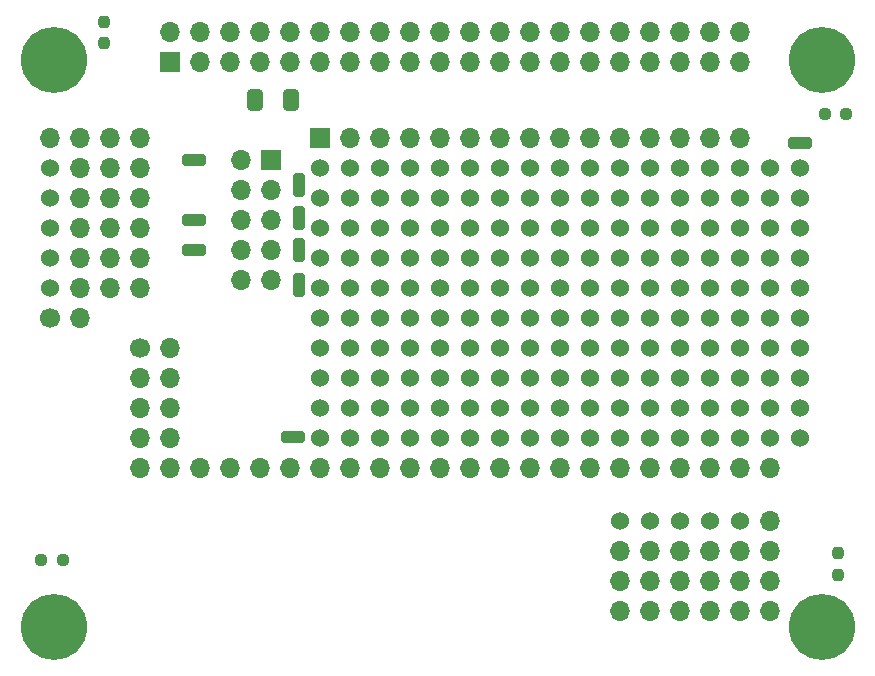
<source format=gts>
G04 #@! TF.GenerationSoftware,KiCad,Pcbnew,7.0.5-4d25ed1034~172~ubuntu22.04.1*
G04 #@! TF.CreationDate,2023-06-04T17:51:52+03:00*
G04 #@! TF.ProjectId,STM32L475daughter,53544d33-324c-4343-9735-646175676874,rev?*
G04 #@! TF.SameCoordinates,Original*
G04 #@! TF.FileFunction,Soldermask,Top*
G04 #@! TF.FilePolarity,Negative*
%FSLAX46Y46*%
G04 Gerber Fmt 4.6, Leading zero omitted, Abs format (unit mm)*
G04 Created by KiCad (PCBNEW 7.0.5-4d25ed1034~172~ubuntu22.04.1) date 2023-06-04 17:51:52*
%MOMM*%
%LPD*%
G01*
G04 APERTURE LIST*
G04 Aperture macros list*
%AMRoundRect*
0 Rectangle with rounded corners*
0 $1 Rounding radius*
0 $2 $3 $4 $5 $6 $7 $8 $9 X,Y pos of 4 corners*
0 Add a 4 corners polygon primitive as box body*
4,1,4,$2,$3,$4,$5,$6,$7,$8,$9,$2,$3,0*
0 Add four circle primitives for the rounded corners*
1,1,$1+$1,$2,$3*
1,1,$1+$1,$4,$5*
1,1,$1+$1,$6,$7*
1,1,$1+$1,$8,$9*
0 Add four rect primitives between the rounded corners*
20,1,$1+$1,$2,$3,$4,$5,0*
20,1,$1+$1,$4,$5,$6,$7,0*
20,1,$1+$1,$6,$7,$8,$9,0*
20,1,$1+$1,$8,$9,$2,$3,0*%
G04 Aperture macros list end*
%ADD10RoundRect,0.250000X0.750000X-0.250000X0.750000X0.250000X-0.750000X0.250000X-0.750000X-0.250000X0*%
%ADD11C,1.700000*%
%ADD12O,1.700000X1.700000*%
%ADD13C,1.524000*%
%ADD14RoundRect,0.250000X0.250000X0.750000X-0.250000X0.750000X-0.250000X-0.750000X0.250000X-0.750000X0*%
%ADD15RoundRect,0.250000X-0.750000X0.250000X-0.750000X-0.250000X0.750000X-0.250000X0.750000X0.250000X0*%
%ADD16RoundRect,0.250000X-0.412500X-0.650000X0.412500X-0.650000X0.412500X0.650000X-0.412500X0.650000X0*%
%ADD17RoundRect,0.237500X-0.237500X0.250000X-0.237500X-0.250000X0.237500X-0.250000X0.237500X0.250000X0*%
%ADD18RoundRect,0.237500X-0.250000X-0.237500X0.250000X-0.237500X0.250000X0.237500X-0.250000X0.237500X0*%
%ADD19R,1.700000X1.700000*%
%ADD20C,3.600000*%
%ADD21C,5.600000*%
G04 APERTURE END LIST*
D10*
X83160000Y-62455000D03*
D11*
X70970000Y-75815000D03*
D12*
X73510000Y-75815000D03*
D10*
X83200000Y-70025000D03*
X83200000Y-67525000D03*
D13*
X119250000Y-93025000D03*
X121790000Y-93025000D03*
X124330000Y-93025000D03*
X126870000Y-93025000D03*
X129410000Y-93025000D03*
D12*
X131950000Y-93025000D03*
X119250000Y-95565000D03*
X121790000Y-95565000D03*
X124330000Y-95565000D03*
X126870000Y-95565000D03*
X129410000Y-95565000D03*
X131950000Y-95565000D03*
X119250000Y-98105000D03*
X121790000Y-98105000D03*
X124330000Y-98105000D03*
X126870000Y-98105000D03*
X129410000Y-98105000D03*
X131950000Y-98105000D03*
X119250000Y-100645000D03*
X121790000Y-100645000D03*
X124330000Y-100645000D03*
X126870000Y-100645000D03*
X129410000Y-100645000D03*
X131950000Y-100645000D03*
D14*
X92075000Y-73025000D03*
X92050000Y-70075000D03*
X92050000Y-67325000D03*
X92050000Y-64575000D03*
D13*
X70970000Y-73275000D03*
X70970000Y-70735000D03*
X70970000Y-68195000D03*
X70970000Y-65655000D03*
X70970000Y-63115000D03*
D12*
X70970000Y-60575000D03*
X73510000Y-73275000D03*
X73510000Y-70735000D03*
X73510000Y-68195000D03*
X73510000Y-65655000D03*
X73510000Y-63115000D03*
X73510000Y-60575000D03*
X76050000Y-73275000D03*
X76050000Y-70735000D03*
X76050000Y-68195000D03*
X76050000Y-65655000D03*
X76050000Y-63115000D03*
X76050000Y-60575000D03*
X78590000Y-73275000D03*
X78590000Y-70735000D03*
X78590000Y-68195000D03*
X78590000Y-65655000D03*
X78590000Y-63115000D03*
X78590000Y-60575000D03*
D15*
X134450000Y-61025000D03*
D12*
X83670000Y-88515000D03*
X86210000Y-88515000D03*
X88750000Y-88515000D03*
X91290000Y-88515000D03*
X93830000Y-88515000D03*
X96370000Y-88515000D03*
X98910000Y-88515000D03*
X101450000Y-88515000D03*
X103990000Y-88515000D03*
X106530000Y-88515000D03*
X109070000Y-88515000D03*
X111610000Y-88515000D03*
X114150000Y-88515000D03*
X116690000Y-88515000D03*
X119230000Y-88515000D03*
X121770000Y-88515000D03*
X124310000Y-88515000D03*
X126850000Y-88515000D03*
X129390000Y-88515000D03*
X131930000Y-88515000D03*
D10*
X91500000Y-85925000D03*
D11*
X78590000Y-78355000D03*
D12*
X81130000Y-78355000D03*
X78590000Y-80895000D03*
X81130000Y-80895000D03*
X78590000Y-83435000D03*
X81130000Y-83435000D03*
X78590000Y-85975000D03*
X81130000Y-85975000D03*
X78590000Y-88515000D03*
X81130000Y-88515000D03*
D13*
X131930000Y-85975000D03*
X131930000Y-83435000D03*
X131930000Y-80895000D03*
X131930000Y-78355000D03*
X131930000Y-75815000D03*
X131930000Y-73275000D03*
X131930000Y-70735000D03*
X131930000Y-68195000D03*
X131930000Y-65655000D03*
X131930000Y-63115000D03*
X134470000Y-85975000D03*
X134470000Y-83435000D03*
X134470000Y-80895000D03*
X134470000Y-78355000D03*
X134470000Y-75815000D03*
X134470000Y-73275000D03*
X134470000Y-70735000D03*
X134470000Y-68195000D03*
X134470000Y-65655000D03*
X134470000Y-63115000D03*
X119230000Y-85975000D03*
X119230000Y-83435000D03*
X119230000Y-80895000D03*
X119230000Y-78355000D03*
X119230000Y-75815000D03*
X119230000Y-73275000D03*
X119230000Y-70735000D03*
X119230000Y-68195000D03*
X119230000Y-65655000D03*
X119230000Y-63115000D03*
X121770000Y-85975000D03*
X121770000Y-83435000D03*
X121770000Y-80895000D03*
X121770000Y-78355000D03*
X121770000Y-75815000D03*
X121770000Y-73275000D03*
X121770000Y-70735000D03*
X121770000Y-68195000D03*
X121770000Y-65655000D03*
X121770000Y-63115000D03*
X124310000Y-85975000D03*
X124310000Y-83435000D03*
X124310000Y-80895000D03*
X124310000Y-78355000D03*
X124310000Y-75815000D03*
X124310000Y-73275000D03*
X124310000Y-70735000D03*
X124310000Y-68195000D03*
X124310000Y-65655000D03*
X124310000Y-63115000D03*
X126850000Y-85975000D03*
X126850000Y-83435000D03*
X126850000Y-80895000D03*
X126850000Y-78355000D03*
X126850000Y-75815000D03*
X126850000Y-73275000D03*
X126850000Y-70735000D03*
X126850000Y-68195000D03*
X126850000Y-65655000D03*
X126850000Y-63115000D03*
X129390000Y-85975000D03*
X129390000Y-83435000D03*
X129390000Y-80895000D03*
X129390000Y-78355000D03*
X129390000Y-75815000D03*
X129390000Y-73275000D03*
X129390000Y-70735000D03*
X129390000Y-68195000D03*
X129390000Y-65655000D03*
X129390000Y-63115000D03*
X116690000Y-63115000D03*
X116690000Y-65655000D03*
X116690000Y-68195000D03*
X116690000Y-70735000D03*
X116690000Y-73275000D03*
X116690000Y-75815000D03*
X116690000Y-78355000D03*
X116690000Y-80895000D03*
X116690000Y-83435000D03*
X116690000Y-85975000D03*
X114150000Y-63115000D03*
X114150000Y-65655000D03*
X114150000Y-68195000D03*
X114150000Y-70735000D03*
X114150000Y-73275000D03*
X114150000Y-75815000D03*
X114150000Y-78355000D03*
X114150000Y-80895000D03*
X114150000Y-83435000D03*
X114150000Y-85975000D03*
X111610000Y-63115000D03*
X111610000Y-65655000D03*
X111610000Y-68195000D03*
X111610000Y-70735000D03*
X111610000Y-73275000D03*
X111610000Y-75815000D03*
X111610000Y-78355000D03*
X111610000Y-80895000D03*
X111610000Y-83435000D03*
X111610000Y-85975000D03*
X109070000Y-63115000D03*
X109070000Y-65655000D03*
X109070000Y-68195000D03*
X109070000Y-70735000D03*
X109070000Y-73275000D03*
X109070000Y-75815000D03*
X109070000Y-78355000D03*
X109070000Y-80895000D03*
X109070000Y-83435000D03*
X109070000Y-85975000D03*
X106530000Y-63115000D03*
X106530000Y-65655000D03*
X106530000Y-68195000D03*
X106530000Y-70735000D03*
X106530000Y-73275000D03*
X106530000Y-75815000D03*
X106530000Y-78355000D03*
X106530000Y-80895000D03*
X106530000Y-83435000D03*
X106530000Y-85975000D03*
X103990000Y-63115000D03*
X103990000Y-65655000D03*
X103990000Y-68195000D03*
X103990000Y-70735000D03*
X103990000Y-73275000D03*
X103990000Y-75815000D03*
X103990000Y-78355000D03*
X103990000Y-80895000D03*
X103990000Y-83435000D03*
X103990000Y-85975000D03*
X101450000Y-63115000D03*
X101450000Y-65655000D03*
X101450000Y-68195000D03*
X101450000Y-70735000D03*
X101450000Y-73275000D03*
X101450000Y-75815000D03*
X101450000Y-78355000D03*
X101450000Y-80895000D03*
X101450000Y-83435000D03*
X101450000Y-85975000D03*
X98910000Y-63115000D03*
X98910000Y-65655000D03*
X98910000Y-68195000D03*
X98910000Y-70735000D03*
X98910000Y-73275000D03*
X98910000Y-75815000D03*
X98910000Y-78355000D03*
X98910000Y-80895000D03*
X98910000Y-83435000D03*
X98910000Y-85975000D03*
X96370000Y-63115000D03*
X96370000Y-65655000D03*
X96370000Y-68195000D03*
X96370000Y-70735000D03*
X96370000Y-73275000D03*
X96370000Y-75815000D03*
X96370000Y-78355000D03*
X96370000Y-80895000D03*
X96370000Y-83435000D03*
X96370000Y-85975000D03*
X93830000Y-63115000D03*
X93830000Y-65655000D03*
X93830000Y-68195000D03*
X93830000Y-70735000D03*
X93830000Y-73275000D03*
X93830000Y-75815000D03*
X93830000Y-78355000D03*
X93830000Y-80895000D03*
X93830000Y-83435000D03*
X93830000Y-85975000D03*
D16*
X88287500Y-57325000D03*
X91412500Y-57325000D03*
D17*
X137700000Y-95712500D03*
X137700000Y-97537500D03*
D18*
X136575000Y-58525000D03*
X138400000Y-58525000D03*
D19*
X89650000Y-62425000D03*
D12*
X87110000Y-62425000D03*
X89650000Y-64965000D03*
X87110000Y-64965000D03*
X89650000Y-67505000D03*
X87110000Y-67505000D03*
X89650000Y-70045000D03*
X87110000Y-70045000D03*
X89650000Y-72585000D03*
X87110000Y-72585000D03*
D17*
X75550000Y-50725000D03*
X75550000Y-52550000D03*
D20*
X71300000Y-101955000D03*
D21*
X71300000Y-101955000D03*
D19*
X93830000Y-60575000D03*
D12*
X96370000Y-60575000D03*
X98910000Y-60575000D03*
X101450000Y-60575000D03*
X103990000Y-60575000D03*
X106530000Y-60575000D03*
X109070000Y-60575000D03*
X111610000Y-60575000D03*
X114150000Y-60575000D03*
X116690000Y-60575000D03*
X119230000Y-60575000D03*
X121770000Y-60575000D03*
X124310000Y-60575000D03*
X126850000Y-60575000D03*
X129390000Y-60575000D03*
D20*
X136300000Y-101955000D03*
D21*
X136300000Y-101955000D03*
D20*
X71300000Y-53955000D03*
D21*
X71300000Y-53955000D03*
D19*
X81150000Y-54115000D03*
D12*
X81150000Y-51575000D03*
X83690000Y-54115000D03*
X83690000Y-51575000D03*
X86230000Y-54115000D03*
X86230000Y-51575000D03*
X88770000Y-54115000D03*
X88770000Y-51575000D03*
X91310000Y-54115000D03*
X91310000Y-51575000D03*
X93850000Y-54115000D03*
X93850000Y-51575000D03*
X96390000Y-54115000D03*
X96390000Y-51575000D03*
X98930000Y-54115000D03*
X98930000Y-51575000D03*
X101470000Y-54115000D03*
X101470000Y-51575000D03*
X104010000Y-54115000D03*
X104010000Y-51575000D03*
X106550000Y-54115000D03*
X106550000Y-51575000D03*
X109090000Y-54115000D03*
X109090000Y-51575000D03*
X111630000Y-54115000D03*
X111630000Y-51575000D03*
X114170000Y-54115000D03*
X114170000Y-51575000D03*
X116710000Y-54115000D03*
X116710000Y-51575000D03*
X119250000Y-54115000D03*
X119250000Y-51575000D03*
X121790000Y-54115000D03*
X121790000Y-51575000D03*
X124330000Y-54115000D03*
X124330000Y-51575000D03*
X126870000Y-54115000D03*
X126870000Y-51575000D03*
X129410000Y-54115000D03*
X129410000Y-51575000D03*
D20*
X136300000Y-53955000D03*
D21*
X136300000Y-53955000D03*
D18*
X70237500Y-96325000D03*
X72062500Y-96325000D03*
M02*

</source>
